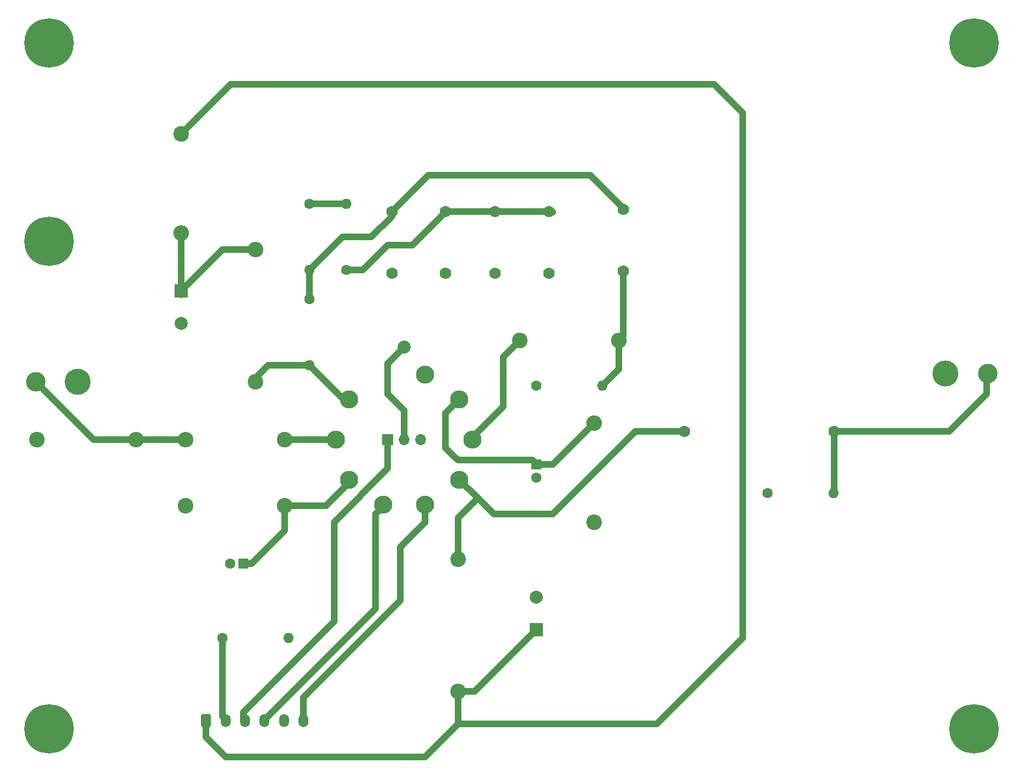
<source format=gbr>
%TF.GenerationSoftware,KiCad,Pcbnew,5.1.9-73d0e3b20d~88~ubuntu20.04.1*%
%TF.CreationDate,2021-05-02T14:23:53-04:00*%
%TF.ProjectId,phono-amp,70686f6e-6f2d-4616-9d70-2e6b69636164,rev?*%
%TF.SameCoordinates,Original*%
%TF.FileFunction,Copper,L1,Top*%
%TF.FilePolarity,Positive*%
%FSLAX46Y46*%
G04 Gerber Fmt 4.6, Leading zero omitted, Abs format (unit mm)*
G04 Created by KiCad (PCBNEW 5.1.9-73d0e3b20d~88~ubuntu20.04.1) date 2021-05-02 14:23:53*
%MOMM*%
%LPD*%
G01*
G04 APERTURE LIST*
%TA.AperFunction,ComponentPad*%
%ADD10C,1.778000*%
%TD*%
%TA.AperFunction,ComponentPad*%
%ADD11R,1.600000X1.600000*%
%TD*%
%TA.AperFunction,ComponentPad*%
%ADD12C,1.600000*%
%TD*%
%TA.AperFunction,ComponentPad*%
%ADD13C,2.000000*%
%TD*%
%TA.AperFunction,ComponentPad*%
%ADD14R,2.000000X2.000000*%
%TD*%
%TA.AperFunction,ComponentPad*%
%ADD15C,3.000000*%
%TD*%
%TA.AperFunction,ComponentPad*%
%ADD16C,4.000000*%
%TD*%
%TA.AperFunction,ComponentPad*%
%ADD17O,1.500000X2.020000*%
%TD*%
%TA.AperFunction,ComponentPad*%
%ADD18C,2.400000*%
%TD*%
%TA.AperFunction,ComponentPad*%
%ADD19O,2.400000X2.400000*%
%TD*%
%TA.AperFunction,ComponentPad*%
%ADD20O,1.600000X1.600000*%
%TD*%
%TA.AperFunction,ComponentPad*%
%ADD21O,2.800000X2.800000*%
%TD*%
%TA.AperFunction,ComponentPad*%
%ADD22C,7.600000*%
%TD*%
%TA.AperFunction,ComponentPad*%
%ADD23R,1.700000X1.700000*%
%TD*%
%TA.AperFunction,ComponentPad*%
%ADD24O,1.700000X1.700000*%
%TD*%
%TA.AperFunction,Conductor*%
%ADD25C,1.016000*%
%TD*%
G04 APERTURE END LIST*
D10*
%TO.P,C2,2*%
%TO.N,GND*%
X127635000Y-77310000D03*
%TO.P,C2,1*%
%TO.N,Net-(C2-Pad1)*%
X127635000Y-67810000D03*
%TD*%
%TO.P,C3,1*%
%TO.N,Net-(C3-Pad1)*%
X163195000Y-76970000D03*
%TO.P,C3,2*%
%TO.N,Net-(C2-Pad1)*%
X163195000Y-67470000D03*
%TD*%
%TO.P,C4,1*%
%TO.N,Net-(C4-Pad1)*%
X195650000Y-101600000D03*
%TO.P,C4,2*%
%TO.N,Net-(C4-Pad2)*%
X172650000Y-101600000D03*
%TD*%
D11*
%TO.P,C5,1*%
%TO.N,Net-(C5-Pad1)*%
X104775000Y-121920000D03*
D12*
%TO.P,C5,2*%
%TO.N,GND*%
X102775000Y-121920000D03*
%TD*%
%TO.P,C6,2*%
%TO.N,GND*%
X149860000Y-108680000D03*
D11*
%TO.P,C6,1*%
%TO.N,Net-(C6-Pad1)*%
X149860000Y-106680000D03*
%TD*%
D13*
%TO.P,C7,2*%
%TO.N,GND*%
X95250000Y-85010000D03*
D14*
%TO.P,C7,1*%
%TO.N,Net-(C7-Pad1)*%
X95250000Y-80010000D03*
%TD*%
%TO.P,C8,1*%
%TO.N,VBUS*%
X149860000Y-132080000D03*
D13*
%TO.P,C8,2*%
%TO.N,GND*%
X149860000Y-127080000D03*
%TD*%
D10*
%TO.P,C1A1,1*%
%TO.N,Net-(C1A1-Pad1)*%
X151765000Y-67810000D03*
%TO.P,C1A1,2*%
%TO.N,GND*%
X151765000Y-77310000D03*
%TD*%
%TO.P,C1B1,2*%
%TO.N,GND*%
X143510000Y-77310000D03*
%TO.P,C1B1,1*%
%TO.N,Net-(C1A1-Pad1)*%
X143510000Y-67810000D03*
%TD*%
%TO.P,C1C1,1*%
%TO.N,Net-(C1A1-Pad1)*%
X135890000Y-67810000D03*
%TO.P,C1C1,2*%
%TO.N,GND*%
X135890000Y-77310000D03*
%TD*%
D15*
%TO.P,J1,1*%
%TO.N,Net-(J1-Pad1)*%
X72850000Y-93980000D03*
D16*
%TO.P,J1,2*%
%TO.N,GND*%
X79350000Y-93980000D03*
%TD*%
%TO.P,J2,1*%
%TO.N,VBUS*%
%TA.AperFunction,ComponentPad*%
G36*
G01*
X98310000Y-146810000D02*
X98310000Y-145290000D01*
G75*
G02*
X98560000Y-145040000I250000J0D01*
G01*
X99560000Y-145040000D01*
G75*
G02*
X99810000Y-145290000I0J-250000D01*
G01*
X99810000Y-146810000D01*
G75*
G02*
X99560000Y-147060000I-250000J0D01*
G01*
X98560000Y-147060000D01*
G75*
G02*
X98310000Y-146810000I0J250000D01*
G01*
G37*
%TD.AperFunction*%
D17*
%TO.P,J2,2*%
%TO.N,GND*%
X102060000Y-146050000D03*
%TO.P,J2,3*%
%TO.N,Earth_Protective*%
X105060000Y-146050000D03*
%TO.P,J2,4*%
%TO.N,Net-(J2-Pad4)*%
X108060000Y-146050000D03*
%TO.P,J2,5*%
%TO.N,Net-(J2-Pad5)*%
X111060000Y-146050000D03*
%TO.P,J2,6*%
%TO.N,Net-(J2-Pad6)*%
X114060000Y-146050000D03*
%TD*%
D16*
%TO.P,J3,2*%
%TO.N,GND*%
X212750000Y-92710000D03*
D15*
%TO.P,J3,1*%
%TO.N,Net-(C4-Pad1)*%
X219250000Y-92710000D03*
%TD*%
D18*
%TO.P,R1,1*%
%TO.N,GND*%
X73025000Y-102870000D03*
D19*
%TO.P,R1,2*%
%TO.N,Net-(J1-Pad1)*%
X88265000Y-102870000D03*
%TD*%
D18*
%TO.P,R2,1*%
%TO.N,Net-(R2-Pad1)*%
X111125000Y-102870000D03*
D19*
%TO.P,R2,2*%
%TO.N,Net-(J1-Pad1)*%
X95885000Y-102870000D03*
%TD*%
%TO.P,R3,2*%
%TO.N,Net-(C5-Pad1)*%
X111125000Y-113030000D03*
D18*
%TO.P,R3,1*%
%TO.N,GND*%
X95885000Y-113030000D03*
%TD*%
D19*
%TO.P,R4,2*%
%TO.N,Net-(C7-Pad1)*%
X106680000Y-73660000D03*
D18*
%TO.P,R4,1*%
%TO.N,Net-(R4-Pad1)*%
X106680000Y-93980000D03*
%TD*%
D20*
%TO.P,R5,2*%
%TO.N,Net-(R4-Pad1)*%
X114935000Y-91440000D03*
D12*
%TO.P,R5,1*%
%TO.N,Net-(C2-Pad1)*%
X114935000Y-81280000D03*
%TD*%
D20*
%TO.P,R7,2*%
%TO.N,Net-(C3-Pad1)*%
X160020000Y-94615000D03*
D12*
%TO.P,R7,1*%
%TO.N,GND*%
X149860000Y-94615000D03*
%TD*%
D18*
%TO.P,R8,1*%
%TO.N,Net-(R8-Pad1)*%
X147320000Y-87630000D03*
D19*
%TO.P,R8,2*%
%TO.N,Net-(C3-Pad1)*%
X162560000Y-87630000D03*
%TD*%
D18*
%TO.P,R9,1*%
%TO.N,Net-(C4-Pad2)*%
X137795000Y-121285000D03*
D19*
%TO.P,R9,2*%
%TO.N,VBUS*%
X137795000Y-141605000D03*
%TD*%
%TO.P,R10,2*%
%TO.N,Net-(C6-Pad1)*%
X158750000Y-100330000D03*
D18*
%TO.P,R10,1*%
%TO.N,GND*%
X158750000Y-115570000D03*
%TD*%
D12*
%TO.P,R11,1*%
%TO.N,GND*%
X185420000Y-111125000D03*
D20*
%TO.P,R11,2*%
%TO.N,Net-(C4-Pad1)*%
X195580000Y-111125000D03*
%TD*%
%TO.P,R12,2*%
%TO.N,Net-(J2-Pad5)*%
X111760000Y-133350000D03*
D12*
%TO.P,R12,1*%
%TO.N,GND*%
X101600000Y-133350000D03*
%TD*%
D19*
%TO.P,R13,2*%
%TO.N,Net-(C7-Pad1)*%
X95250000Y-71120000D03*
D18*
%TO.P,R13,1*%
%TO.N,VBUS*%
X95250000Y-55880000D03*
%TD*%
D12*
%TO.P,R6A1,1*%
%TO.N,Net-(C1A1-Pad1)*%
X120650000Y-76835000D03*
D20*
%TO.P,R6A1,2*%
%TO.N,Net-(R6A1-Pad2)*%
X120650000Y-66675000D03*
%TD*%
D12*
%TO.P,R6B1,1*%
%TO.N,Net-(R6A1-Pad2)*%
X114935000Y-66675000D03*
D20*
%TO.P,R6B1,2*%
%TO.N,Net-(C2-Pad1)*%
X114935000Y-76835000D03*
%TD*%
D21*
%TO.P,U1,1*%
%TO.N,Net-(R4-Pad1)*%
X121045322Y-96698255D03*
%TO.P,U1,2*%
%TO.N,Net-(R2-Pad1)*%
X119040000Y-102870000D03*
%TO.P,U1,3*%
%TO.N,Net-(C5-Pad1)*%
X121045322Y-109041745D03*
%TO.P,U1,4*%
%TO.N,Net-(J2-Pad4)*%
X126295322Y-112856093D03*
%TO.P,U1,5*%
%TO.N,Net-(J2-Pad6)*%
X132784678Y-112856093D03*
%TO.P,U1,6*%
%TO.N,Net-(C4-Pad2)*%
X138034678Y-109041745D03*
%TO.P,U1,7*%
%TO.N,Net-(R8-Pad1)*%
X140040000Y-102870000D03*
%TO.P,U1,8*%
%TO.N,Net-(C6-Pad1)*%
X138034678Y-96698255D03*
%TO.P,U1,9*%
%TO.N,GND*%
X132784678Y-92883907D03*
D13*
%TO.P,U1,10*%
%TO.N,Net-(JP1-Pad2)*%
X129540000Y-88620000D03*
%TD*%
D22*
%TO.P,H1,1*%
%TO.N,Earth_Protective*%
X74930000Y-41910000D03*
%TD*%
%TO.P,H2,1*%
%TO.N,Earth_Protective*%
X217170000Y-41910000D03*
%TD*%
%TO.P,H3,1*%
%TO.N,Earth_Protective*%
X74930000Y-147320000D03*
%TD*%
%TO.P,H4,1*%
%TO.N,Earth_Protective*%
X217170000Y-147320000D03*
%TD*%
%TO.P,H5,1*%
%TO.N,GND*%
X74930000Y-72390000D03*
%TD*%
D23*
%TO.P,JP1,1*%
%TO.N,Earth_Protective*%
X127000000Y-102870000D03*
D24*
%TO.P,JP1,2*%
%TO.N,Net-(JP1-Pad2)*%
X129540000Y-102870000D03*
%TO.P,JP1,3*%
%TO.N,GND*%
X132080000Y-102870000D03*
%TD*%
D25*
%TO.N,GND*%
X101600000Y-133350000D02*
X101600000Y-145415000D01*
X101600000Y-145415000D02*
X102235000Y-146050000D01*
%TO.N,Net-(C2-Pad1)*%
X114935000Y-81280000D02*
X114935000Y-76835000D01*
X114935000Y-76835000D02*
X120015000Y-71755000D01*
X120015000Y-71755000D02*
X124460000Y-71755000D01*
X124460000Y-71755000D02*
X127635000Y-68580000D01*
X127635000Y-68580000D02*
X127635000Y-67945000D01*
X127635000Y-67810000D02*
X133215000Y-62230000D01*
X133215000Y-62230000D02*
X158115000Y-62230000D01*
X158115000Y-62230000D02*
X163195000Y-67310000D01*
%TO.N,Net-(C3-Pad1)*%
X163195000Y-76970000D02*
X163195000Y-86995000D01*
X163195000Y-86995000D02*
X162560000Y-87630000D01*
X162560000Y-87630000D02*
X162560000Y-92075000D01*
X162560000Y-92075000D02*
X160020000Y-94615000D01*
%TO.N,Net-(C4-Pad1)*%
X195650000Y-101600000D02*
X213360000Y-101600000D01*
X213360000Y-101600000D02*
X219075000Y-95885000D01*
X219075000Y-95885000D02*
X219075000Y-92710000D01*
X195650000Y-101600000D02*
X195650000Y-111055000D01*
X195650000Y-111055000D02*
X195580000Y-111125000D01*
%TO.N,Net-(C4-Pad2)*%
X143292933Y-114300000D02*
X152400000Y-114300000D01*
X152400000Y-114300000D02*
X165100000Y-101600000D01*
X165100000Y-101600000D02*
X172720000Y-101600000D01*
X137795000Y-121285000D02*
X137795000Y-114935000D01*
X137795000Y-114935000D02*
X140861467Y-111868533D01*
X140861467Y-111868533D02*
X143292933Y-114300000D01*
X138034678Y-109041745D02*
X140861467Y-111868533D01*
%TO.N,Net-(C5-Pad1)*%
X111125000Y-113030000D02*
X117475000Y-113030000D01*
X117475000Y-113030000D02*
X121285000Y-109220000D01*
X104775000Y-121920000D02*
X106045000Y-121920000D01*
X106045000Y-121920000D02*
X111125000Y-116840000D01*
X111125000Y-116840000D02*
X111125000Y-113030000D01*
%TO.N,Net-(C6-Pad1)*%
X138034678Y-96698255D02*
X135890000Y-98842933D01*
X135890000Y-98842933D02*
X135890000Y-104140000D01*
X135890000Y-104140000D02*
X137160000Y-105410000D01*
X137160000Y-105410000D02*
X137795000Y-106045000D01*
X137795000Y-106045000D02*
X149225000Y-106045000D01*
X149225000Y-106045000D02*
X149860000Y-106680000D01*
X149860000Y-106680000D02*
X152400000Y-106680000D01*
X152400000Y-106680000D02*
X158750000Y-100330000D01*
%TO.N,Net-(C7-Pad1)*%
X106680000Y-73660000D02*
X101600000Y-73660000D01*
X101600000Y-73660000D02*
X95250000Y-80010000D01*
X95250000Y-71120000D02*
X95250000Y-80645000D01*
%TO.N,VBUS*%
X137795000Y-141605000D02*
X137795000Y-146586990D01*
X137795000Y-146586990D02*
X132715000Y-151666990D01*
X132715000Y-151666990D02*
X102136990Y-151666990D01*
X102136990Y-151666990D02*
X99060000Y-148590000D01*
X137795000Y-141605000D02*
X140335000Y-141605000D01*
X140335000Y-141605000D02*
X149860000Y-132080000D01*
X95250000Y-55880000D02*
X102870000Y-48260000D01*
X102870000Y-48260000D02*
X177165000Y-48260000D01*
X177165000Y-48260000D02*
X181610000Y-52705000D01*
X181610000Y-52705000D02*
X181610000Y-133350000D01*
X168373010Y-146586990D02*
X137795000Y-146586990D01*
X181610000Y-133350000D02*
X168373010Y-146586990D01*
X99060000Y-148590000D02*
X99060000Y-146050000D01*
%TO.N,Net-(C1A1-Pad1)*%
X120650000Y-76835000D02*
X123190000Y-76835000D01*
X123190000Y-76835000D02*
X127000000Y-73025000D01*
X127000000Y-73025000D02*
X130810000Y-73025000D01*
X130810000Y-73025000D02*
X135890000Y-67945000D01*
X135890000Y-67810000D02*
X143375000Y-67810000D01*
X143375000Y-67810000D02*
X143510000Y-67945000D01*
X143510000Y-67810000D02*
X152265000Y-67810000D01*
X152265000Y-67810000D02*
X152400000Y-67945000D01*
%TO.N,Net-(J1-Pad1)*%
X72850000Y-93980000D02*
X81740000Y-102870000D01*
X81740000Y-102870000D02*
X88265000Y-102870000D01*
X88265000Y-102870000D02*
X95885000Y-102870000D01*
%TO.N,Earth_Protective*%
X127000000Y-102870000D02*
X127000000Y-107315000D01*
X127000000Y-107315000D02*
X118745000Y-115570000D01*
X118745000Y-115570000D02*
X118745000Y-130810000D01*
X118745000Y-130810000D02*
X104775000Y-144780000D01*
X104775000Y-144780000D02*
X104775000Y-146050000D01*
%TO.N,Net-(J2-Pad4)*%
X125095000Y-128905000D02*
X125095000Y-114300000D01*
X108060000Y-145940000D02*
X125095000Y-128905000D01*
X125095000Y-114300000D02*
X126365000Y-113030000D01*
%TO.N,Net-(J2-Pad6)*%
X114060000Y-142480000D02*
X128905000Y-127635000D01*
X128905000Y-127635000D02*
X128905000Y-119380000D01*
X128905000Y-119380000D02*
X132715000Y-115570000D01*
X132715000Y-115570000D02*
X132715000Y-113030000D01*
X114060000Y-142480000D02*
X114060000Y-145810000D01*
X114060000Y-145810000D02*
X114300000Y-146050000D01*
%TO.N,Net-(R2-Pad1)*%
X111125000Y-102870000D02*
X119380000Y-102870000D01*
%TO.N,Net-(R4-Pad1)*%
X121045322Y-96698255D02*
X120193255Y-96698255D01*
X120193255Y-96698255D02*
X114935000Y-91440000D01*
X114935000Y-91440000D02*
X108585000Y-91440000D01*
X108585000Y-91440000D02*
X106045000Y-93980000D01*
%TO.N,Net-(R8-Pad1)*%
X147320000Y-87630000D02*
X144780000Y-90170000D01*
X144780000Y-90170000D02*
X144780000Y-97790000D01*
X144780000Y-97790000D02*
X139700000Y-102870000D01*
%TO.N,Net-(R6A1-Pad2)*%
X114935000Y-66675000D02*
X120650000Y-66675000D01*
%TO.N,Net-(JP1-Pad2)*%
X129540000Y-88620000D02*
X127000000Y-91160000D01*
X127000000Y-91160000D02*
X127000000Y-95885000D01*
X127000000Y-95885000D02*
X129540000Y-98425000D01*
X129540000Y-98425000D02*
X129540000Y-102870000D01*
%TD*%
M02*

</source>
